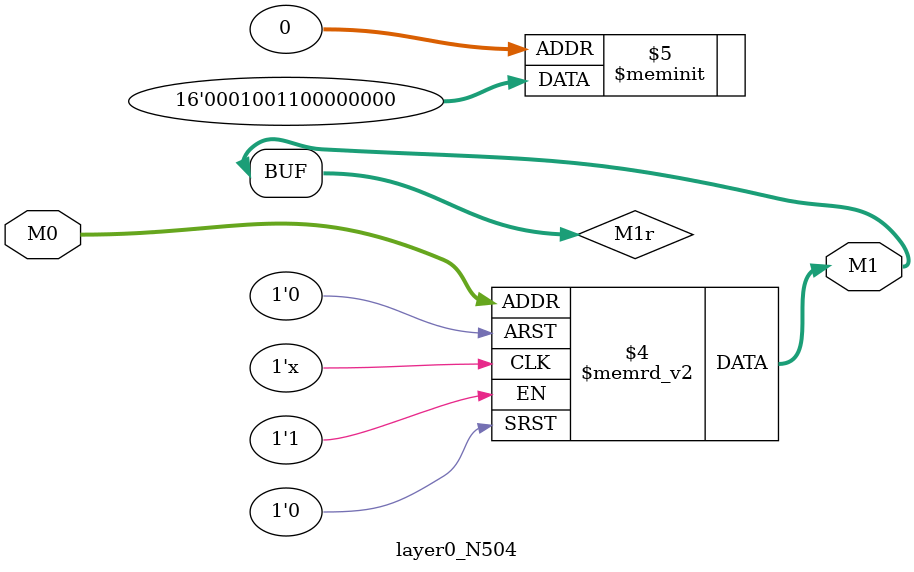
<source format=v>
module layer0_N504 ( input [2:0] M0, output [1:0] M1 );

	(*rom_style = "distributed" *) reg [1:0] M1r;
	assign M1 = M1r;
	always @ (M0) begin
		case (M0)
			3'b000: M1r = 2'b00;
			3'b100: M1r = 2'b11;
			3'b010: M1r = 2'b00;
			3'b110: M1r = 2'b01;
			3'b001: M1r = 2'b00;
			3'b101: M1r = 2'b00;
			3'b011: M1r = 2'b00;
			3'b111: M1r = 2'b00;

		endcase
	end
endmodule

</source>
